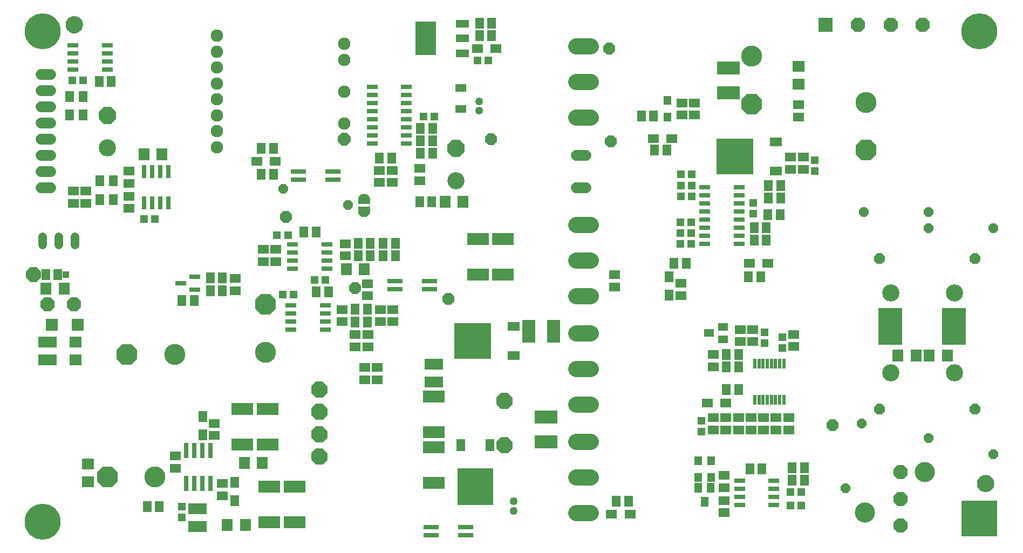
<source format=gbs>
G75*
G70*
%OFA0B0*%
%FSLAX24Y24*%
%IPPOS*%
%LPD*%
%AMOC8*
5,1,8,0,0,1.08239X$1,22.5*
%
%ADD10C,0.1060*%
%ADD11OC8,0.0660*%
%ADD12R,0.0690X0.0770*%
%ADD13OC8,0.0887*%
%ADD14C,0.1241*%
%ADD15OC8,0.0600*%
%ADD16R,0.1496X0.2283*%
%ADD17R,0.0887X0.0887*%
%ADD18C,0.0050*%
%ADD19R,0.0200X0.0620*%
%ADD20R,0.0454X0.0493*%
%ADD21R,0.0651X0.0572*%
%ADD22R,0.2304X0.2225*%
%ADD23R,0.0729X0.0572*%
%ADD24R,0.0493X0.0454*%
%ADD25C,0.0990*%
%ADD26R,0.0572X0.0651*%
%ADD27R,0.0651X0.0532*%
%ADD28C,0.0660*%
%ADD29R,0.1320X0.0769*%
%ADD30R,0.0770X0.0690*%
%ADD31R,0.2225X0.2304*%
%ADD32R,0.0572X0.0729*%
%ADD33R,0.0670X0.0300*%
%ADD34R,0.0532X0.0651*%
%ADD35R,0.0808X0.1399*%
%ADD36R,0.0690X0.0769*%
%ADD37R,0.0769X0.0690*%
%ADD38R,0.1123X0.0690*%
%ADD39R,0.0926X0.0296*%
%ADD40C,0.1296*%
%ADD41OC8,0.1296*%
%ADD42R,0.1399X0.0808*%
%ADD43OC8,0.0920*%
%ADD44R,0.0414X0.0414*%
%ADD45OC8,0.0710*%
%ADD46R,0.0670X0.0296*%
%ADD47R,0.0280X0.0840*%
%ADD48R,0.0810X0.0510*%
%ADD49R,0.1310X0.2060*%
%ADD50OC8,0.1060*%
%ADD51C,0.0769*%
%ADD52OC8,0.0769*%
%ADD53R,0.0651X0.0454*%
%ADD54OC8,0.0990*%
%ADD55R,0.0611X0.0454*%
%ADD56R,0.0454X0.0532*%
%ADD57C,0.0010*%
%ADD58R,0.0296X0.0926*%
%ADD59R,0.0660X0.0280*%
%ADD60R,0.0769X0.0729*%
%ADD61C,0.0493*%
%ADD62R,0.0454X0.0611*%
%ADD63C,0.0540*%
%ADD64R,0.2225X0.2225*%
%ADD65C,0.2225*%
D10*
X029462Y024125D03*
X007937Y026175D03*
X056319Y017186D03*
X060256Y017186D03*
X060256Y012264D03*
X056319Y012264D03*
D11*
X055612Y010050D03*
X061512Y010050D03*
X061512Y019350D03*
X055612Y019350D03*
D12*
X056753Y013350D03*
X057872Y013350D03*
X058703Y013350D03*
X059822Y013350D03*
X029897Y022825D03*
X028778Y022825D03*
D13*
X005864Y016500D03*
X004211Y016500D03*
X054284Y033771D03*
X056334Y033771D03*
X058284Y033771D03*
X056912Y006129D03*
X056912Y004475D03*
X056912Y002821D03*
D14*
X054727Y003648D03*
X058428Y006129D03*
D15*
X058662Y008225D03*
X062662Y007225D03*
X054512Y009150D03*
X053512Y005150D03*
X058662Y021200D03*
X058662Y022200D03*
X054662Y022200D03*
X062662Y021200D03*
X022787Y022625D03*
X018787Y023625D03*
D16*
X056287Y015150D03*
X060237Y015150D03*
D17*
X052284Y033771D03*
D18*
X062002Y005894D02*
X062087Y005917D01*
X062173Y005924D01*
X062260Y005917D01*
X062345Y005894D01*
X062423Y005857D01*
X062495Y005807D01*
X062557Y005746D01*
X062607Y005674D01*
X062643Y005595D01*
X062666Y005511D01*
X062673Y005424D01*
X062666Y005338D01*
X062643Y005253D01*
X062607Y005174D01*
X062557Y005103D01*
X062495Y005041D01*
X062423Y004991D01*
X062345Y004955D01*
X062260Y004932D01*
X062173Y004924D01*
X062087Y004932D01*
X062002Y004955D01*
X061923Y004991D01*
X061852Y005041D01*
X061790Y005103D01*
X061740Y005174D01*
X061704Y005253D01*
X061681Y005338D01*
X061673Y005424D01*
X061681Y005511D01*
X061704Y005595D01*
X061740Y005674D01*
X061790Y005746D01*
X061852Y005807D01*
X061923Y005857D01*
X062002Y005894D01*
X061992Y005890D02*
X062355Y005890D01*
X062447Y005841D02*
X061900Y005841D01*
X061837Y005793D02*
X062510Y005793D01*
X062558Y005744D02*
X061789Y005744D01*
X061755Y005696D02*
X062592Y005696D01*
X062619Y005647D02*
X061728Y005647D01*
X061705Y005599D02*
X062642Y005599D01*
X062655Y005550D02*
X061691Y005550D01*
X061680Y005502D02*
X062667Y005502D01*
X062671Y005453D02*
X061676Y005453D01*
X061675Y005405D02*
X062672Y005405D01*
X062668Y005356D02*
X061679Y005356D01*
X061689Y005308D02*
X062658Y005308D01*
X062645Y005259D02*
X061702Y005259D01*
X061724Y005211D02*
X062623Y005211D01*
X062598Y005162D02*
X061749Y005162D01*
X061783Y005114D02*
X062564Y005114D01*
X062519Y005065D02*
X061828Y005065D01*
X061888Y005017D02*
X062459Y005017D01*
X062373Y004968D02*
X061974Y004968D01*
X006344Y033600D02*
X006367Y033684D01*
X006374Y033771D01*
X006367Y033858D01*
X006344Y033942D01*
X006307Y034021D01*
X006257Y034092D01*
X006196Y034154D01*
X006124Y034204D01*
X006045Y034241D01*
X005961Y034263D01*
X005874Y034271D01*
X005787Y034263D01*
X005703Y034241D01*
X005624Y034204D01*
X005553Y034154D01*
X005491Y034092D01*
X005441Y034021D01*
X005404Y033942D01*
X005382Y033858D01*
X005374Y033771D01*
X005382Y033684D01*
X005404Y033600D01*
X005441Y033521D01*
X005491Y033449D01*
X005553Y033388D01*
X005624Y033338D01*
X005703Y033301D01*
X005787Y033278D01*
X005874Y033271D01*
X005961Y033278D01*
X006045Y033301D01*
X006124Y033338D01*
X006196Y033388D01*
X006257Y033449D01*
X006307Y033521D01*
X006344Y033600D01*
X006336Y033583D02*
X005412Y033583D01*
X005396Y033632D02*
X006353Y033632D01*
X006366Y033680D02*
X005383Y033680D01*
X005378Y033729D02*
X006371Y033729D01*
X006374Y033777D02*
X005375Y033777D01*
X005379Y033826D02*
X006369Y033826D01*
X006362Y033874D02*
X005386Y033874D01*
X005399Y033923D02*
X006349Y033923D01*
X006330Y033971D02*
X005418Y033971D01*
X005441Y034020D02*
X006308Y034020D01*
X006274Y034068D02*
X005474Y034068D01*
X005516Y034117D02*
X006233Y034117D01*
X006180Y034165D02*
X005569Y034165D01*
X005645Y034214D02*
X006103Y034214D01*
X005965Y034262D02*
X005783Y034262D01*
X005435Y033535D02*
X006314Y033535D01*
X006283Y033486D02*
X005466Y033486D01*
X005503Y033438D02*
X006245Y033438D01*
X006197Y033389D02*
X005552Y033389D01*
X005620Y033341D02*
X006128Y033341D01*
X006012Y033292D02*
X005736Y033292D01*
D19*
X047917Y012845D03*
X048173Y012845D03*
X048429Y012845D03*
X048685Y012845D03*
X048940Y012845D03*
X049196Y012845D03*
X049452Y012845D03*
X049708Y012845D03*
X049708Y010605D03*
X049452Y010605D03*
X049196Y010605D03*
X048940Y010605D03*
X048685Y010605D03*
X048429Y010605D03*
X048173Y010605D03*
X047917Y010605D03*
D20*
X044637Y009310D03*
X044637Y008640D03*
X048512Y014090D03*
X048512Y014760D03*
X049612Y014460D03*
X049612Y013790D03*
X047812Y022115D03*
X047812Y022785D03*
X051637Y024740D03*
X051637Y025410D03*
X012512Y004010D03*
X012512Y003340D03*
D21*
X015012Y004676D03*
X015012Y005424D03*
X012112Y006376D03*
X012112Y007124D03*
X014537Y008401D03*
X014537Y009149D03*
X023237Y013876D03*
X024012Y013876D03*
X024012Y014624D03*
X023237Y014624D03*
X022437Y015426D03*
X022437Y016174D03*
X023987Y017026D03*
X023987Y017774D03*
X024787Y016174D03*
X025562Y016174D03*
X025562Y015426D03*
X024787Y015426D03*
X024587Y012599D03*
X023812Y012599D03*
X023812Y011851D03*
X024587Y011851D03*
X015837Y017351D03*
X015837Y018099D03*
X017562Y019151D03*
X018337Y019151D03*
X018337Y019899D03*
X017562Y019899D03*
X022637Y020249D03*
X022637Y019501D03*
X024737Y024026D03*
X024737Y024774D03*
X025512Y024774D03*
X025512Y024026D03*
X027212Y024151D03*
X027212Y024899D03*
X039262Y018324D03*
X039262Y017576D03*
X043362Y017799D03*
X043362Y017051D03*
X047012Y014949D03*
X047787Y014949D03*
X047787Y014201D03*
X047012Y014201D03*
X045362Y013399D03*
X045362Y012651D03*
X045362Y009499D03*
X046137Y009499D03*
X046912Y009499D03*
X046912Y008751D03*
X046137Y008751D03*
X045362Y008751D03*
X047687Y008751D03*
X048462Y008751D03*
X049237Y008751D03*
X050012Y008751D03*
X050012Y009499D03*
X049237Y009499D03*
X048462Y009499D03*
X047687Y009499D03*
X046037Y005924D03*
X046037Y005176D03*
X046037Y004374D03*
X046037Y003626D03*
X050337Y013901D03*
X050337Y014649D03*
X050137Y024851D03*
X050137Y025599D03*
X050912Y025599D03*
X050912Y024851D03*
X050612Y028076D03*
X050612Y028824D03*
X044187Y028949D03*
X043412Y028949D03*
X043412Y028201D03*
X044187Y028201D03*
X009262Y024724D03*
X009262Y023976D03*
X009262Y023174D03*
X009262Y022426D03*
X006587Y022751D03*
X005812Y022751D03*
X005812Y023499D03*
X006587Y023499D03*
D22*
X030488Y014250D03*
X046688Y025650D03*
D23*
X049224Y024750D03*
X049224Y026550D03*
X033024Y015150D03*
X033024Y013350D03*
D24*
X043328Y020225D03*
X043997Y020225D03*
X043997Y020900D03*
X043328Y020900D03*
X043328Y021575D03*
X043997Y021575D03*
X044022Y023175D03*
X043353Y023175D03*
X043353Y023850D03*
X044022Y023850D03*
X044022Y024525D03*
X043353Y024525D03*
X031447Y031575D03*
X030778Y031575D03*
X028122Y028100D03*
X027453Y028100D03*
X019072Y020775D03*
X018403Y020775D03*
X020728Y018000D03*
X021397Y018000D03*
X019422Y017100D03*
X018753Y017100D03*
X010847Y021775D03*
X010178Y021775D03*
X006422Y030325D03*
X005753Y030325D03*
X050128Y004900D03*
X050797Y004900D03*
X050797Y004075D03*
X050128Y004075D03*
D25*
X037804Y003618D02*
X036874Y003618D01*
X036874Y005818D02*
X037804Y005818D01*
X037804Y008018D02*
X036874Y008018D01*
X036874Y010311D02*
X037804Y010311D01*
X037804Y012511D02*
X036874Y012511D01*
X036874Y014711D02*
X037804Y014711D01*
X037804Y017004D02*
X036874Y017004D01*
X036874Y019204D02*
X037804Y019204D01*
X037804Y021404D02*
X036874Y021404D01*
X036874Y028028D02*
X037804Y028028D01*
X037804Y030228D02*
X036874Y030228D01*
X036874Y032428D02*
X037804Y032428D01*
D26*
X031661Y033100D03*
X030913Y033100D03*
X030913Y033875D03*
X031661Y033875D03*
X040913Y028125D03*
X041661Y028125D03*
X041738Y026025D03*
X042486Y026025D03*
X048763Y023850D03*
X049511Y023850D03*
X049511Y023075D03*
X048763Y023075D03*
X048738Y022025D03*
X049486Y022025D03*
X048636Y021250D03*
X047888Y021250D03*
X047888Y020475D03*
X048636Y020475D03*
X048286Y018200D03*
X047538Y018200D03*
X043686Y019050D03*
X042938Y019050D03*
X046163Y013400D03*
X046911Y013400D03*
X046911Y012625D03*
X046163Y012625D03*
X046163Y011250D03*
X046911Y011250D03*
X047613Y006350D03*
X048361Y006350D03*
X050238Y006400D03*
X050986Y006400D03*
X050986Y005625D03*
X050238Y005625D03*
X040111Y004350D03*
X039363Y004350D03*
X023986Y015400D03*
X023238Y015400D03*
X023238Y016200D03*
X023986Y016200D03*
X021586Y017275D03*
X020838Y017275D03*
X023413Y019500D03*
X024161Y019500D03*
X024963Y019500D03*
X025711Y019500D03*
X025711Y020275D03*
X024963Y020275D03*
X024161Y020275D03*
X023413Y020275D03*
X020811Y020975D03*
X020063Y020975D03*
X015036Y018125D03*
X014288Y018125D03*
X014288Y017350D03*
X015036Y017350D03*
X013286Y016725D03*
X012538Y016725D03*
X004861Y018325D03*
X004113Y018325D03*
X017438Y024550D03*
X018186Y024550D03*
X018186Y026125D03*
X017438Y026125D03*
X024738Y025550D03*
X025486Y025550D03*
X027263Y025825D03*
X028011Y025825D03*
X028011Y026600D03*
X027263Y026600D03*
X027263Y027375D03*
X028011Y027375D03*
X027961Y022850D03*
X027213Y022850D03*
X008161Y030275D03*
X007413Y030275D03*
X010388Y004000D03*
X011136Y004000D03*
D27*
X039067Y003525D03*
X040208Y003525D03*
X044992Y010400D03*
X046133Y010400D03*
X047592Y019025D03*
X048733Y019025D03*
X042783Y026750D03*
X041642Y026750D03*
X031933Y032300D03*
X030792Y032300D03*
X018283Y025325D03*
X017142Y025325D03*
D28*
X004437Y025700D02*
X003837Y025700D01*
X003837Y024700D02*
X004437Y024700D01*
X004437Y023700D02*
X003837Y023700D01*
X003837Y026700D02*
X004437Y026700D01*
X004437Y027700D02*
X003837Y027700D01*
X003837Y028700D02*
X004437Y028700D01*
X004437Y029700D02*
X003837Y029700D01*
X003837Y030700D02*
X004437Y030700D01*
X036889Y025716D02*
X037489Y025716D01*
X037489Y023716D02*
X036889Y023716D01*
D29*
X032362Y020527D03*
X030812Y020527D03*
X030812Y018323D03*
X032362Y018323D03*
X028087Y010802D03*
X028087Y008598D03*
X028087Y007677D03*
X028087Y005473D03*
X019487Y005252D03*
X017912Y005252D03*
X017912Y003048D03*
X019487Y003048D03*
X017812Y007848D03*
X016262Y007848D03*
X016262Y010052D03*
X017812Y010052D03*
D30*
X050612Y030090D03*
X050612Y031210D03*
D31*
X030662Y005251D03*
D32*
X029763Y007786D03*
X031562Y007786D03*
D33*
X044827Y020225D03*
X044827Y020725D03*
X044827Y021225D03*
X044827Y021725D03*
X044827Y022225D03*
X044827Y022725D03*
X044827Y023225D03*
X044827Y023725D03*
X046947Y023725D03*
X046947Y023225D03*
X046947Y022725D03*
X046947Y022225D03*
X046947Y021725D03*
X046947Y021225D03*
X046947Y020725D03*
X046947Y020225D03*
X026397Y026425D03*
X026397Y026925D03*
X026397Y027425D03*
X026397Y027925D03*
X026397Y028425D03*
X026397Y028925D03*
X026397Y029425D03*
X026397Y029925D03*
X024277Y029925D03*
X024277Y029425D03*
X024277Y028925D03*
X024277Y028425D03*
X024277Y027925D03*
X024277Y027425D03*
X024277Y026925D03*
X024277Y026425D03*
D34*
X008287Y024121D03*
X007462Y024121D03*
X007462Y022979D03*
X008287Y022979D03*
X006437Y028204D03*
X005587Y028204D03*
X005587Y029346D03*
X006437Y029346D03*
X013812Y009571D03*
X013812Y008429D03*
X015787Y005496D03*
X015787Y004354D03*
X042612Y017054D03*
X042612Y018196D03*
D35*
X035480Y014850D03*
X033945Y014850D03*
D36*
X023789Y018675D03*
X022686Y018675D03*
X011289Y025775D03*
X010186Y025775D03*
X005239Y017475D03*
X004136Y017475D03*
X016386Y006700D03*
X017489Y006700D03*
X016439Y002875D03*
X015336Y002875D03*
D37*
X006737Y005549D03*
X006737Y006651D03*
X005962Y013074D03*
X005962Y014176D03*
D38*
X004237Y014176D03*
X004237Y013074D03*
X013487Y003876D03*
X013487Y002774D03*
X028087Y011699D03*
X028087Y012801D03*
D39*
X027825Y017425D03*
X027825Y017925D03*
X025699Y017925D03*
X025699Y017425D03*
X021850Y024200D03*
X021850Y024700D03*
X019724Y024700D03*
X019724Y024200D03*
X027924Y002725D03*
X027924Y002225D03*
X030050Y002225D03*
X030050Y002725D03*
D40*
X017687Y013549D03*
X012089Y013400D03*
X010864Y005850D03*
X047737Y031826D03*
X054787Y028976D03*
D41*
X054787Y026024D03*
X047737Y028874D03*
X017687Y016501D03*
X009136Y013400D03*
X007911Y005850D03*
D42*
X035012Y008007D03*
X035012Y009543D03*
X046287Y029582D03*
X046287Y031118D03*
D43*
X003362Y018325D03*
D44*
X005362Y018325D03*
D45*
X018962Y021900D03*
X023212Y017500D03*
X028987Y016850D03*
X039012Y026575D03*
X031612Y026700D03*
X038912Y032300D03*
X052737Y009050D03*
D46*
X049100Y005602D03*
X049100Y005102D03*
X049100Y004602D03*
X049100Y004102D03*
X046974Y004102D03*
X046974Y004602D03*
X046974Y005102D03*
X046974Y005602D03*
X021375Y014923D03*
X021375Y015423D03*
X021375Y015923D03*
X021375Y016423D03*
X019249Y016423D03*
X019249Y015923D03*
X019249Y015423D03*
X019249Y014923D03*
X019349Y018698D03*
X019349Y019198D03*
X019349Y019698D03*
X019349Y020198D03*
X021475Y020198D03*
X021475Y019698D03*
X021475Y019198D03*
X021475Y018698D03*
X007925Y031002D03*
X007925Y031502D03*
X007925Y032002D03*
X007925Y032502D03*
X005799Y032502D03*
X005799Y032002D03*
X005799Y031502D03*
X005799Y031002D03*
D47*
X010187Y024695D03*
X010687Y024695D03*
X011187Y024695D03*
X011687Y024695D03*
X011687Y022755D03*
X011187Y022755D03*
X010687Y022755D03*
X010187Y022755D03*
D48*
X029847Y032015D03*
X029847Y032925D03*
X029847Y033835D03*
D49*
X027577Y032925D03*
D50*
X029462Y026125D03*
X007937Y028175D03*
D51*
X014675Y028174D03*
X014675Y027189D03*
X014675Y026205D03*
X014675Y029158D03*
X014675Y030142D03*
X014675Y031126D03*
X014675Y032111D03*
X014675Y033095D03*
X022549Y032603D03*
X022549Y031619D03*
X022549Y029650D03*
X022549Y027681D03*
D52*
X022549Y026697D03*
D53*
X029762Y028585D03*
X029762Y029865D03*
D54*
X021032Y011231D03*
X021032Y009854D03*
X021032Y008476D03*
X021032Y007098D03*
X032449Y007787D03*
X032449Y010543D03*
D55*
X045079Y014725D03*
X045946Y014351D03*
X045946Y015099D03*
D56*
X045212Y006837D03*
X044437Y006837D03*
X044437Y005813D03*
X045212Y005813D03*
X042512Y028063D03*
X042512Y029087D03*
D57*
X024086Y023109D02*
X024106Y023043D01*
X024112Y022975D01*
X024112Y022725D01*
X023412Y022725D01*
X023412Y022975D01*
X023419Y023043D01*
X023439Y023109D01*
X023471Y023169D01*
X023515Y023222D01*
X023568Y023266D01*
X023629Y023298D01*
X023694Y023318D01*
X023762Y023325D01*
X023831Y023318D01*
X023896Y023298D01*
X023957Y023266D01*
X024010Y023222D01*
X024053Y023169D01*
X024086Y023109D01*
X024087Y023107D02*
X023438Y023107D01*
X023436Y023098D02*
X024089Y023098D01*
X024092Y023090D02*
X023433Y023090D01*
X023431Y023081D02*
X024094Y023081D01*
X024097Y023073D02*
X023428Y023073D01*
X023426Y023064D02*
X024099Y023064D01*
X024102Y023056D02*
X023423Y023056D01*
X023420Y023047D02*
X024105Y023047D01*
X024106Y023039D02*
X023419Y023039D01*
X023418Y023030D02*
X024107Y023030D01*
X024108Y023022D02*
X023417Y023022D01*
X023416Y023013D02*
X024109Y023013D01*
X024110Y023005D02*
X023415Y023005D01*
X023415Y022996D02*
X024110Y022996D01*
X024111Y022988D02*
X023414Y022988D01*
X023413Y022979D02*
X024112Y022979D01*
X024112Y022971D02*
X023412Y022971D01*
X023412Y022962D02*
X024112Y022962D01*
X024112Y022954D02*
X023412Y022954D01*
X023412Y022945D02*
X024112Y022945D01*
X024112Y022937D02*
X023412Y022937D01*
X023412Y022928D02*
X024112Y022928D01*
X024112Y022920D02*
X023412Y022920D01*
X023412Y022911D02*
X024112Y022911D01*
X024112Y022903D02*
X023412Y022903D01*
X023412Y022894D02*
X024112Y022894D01*
X024112Y022886D02*
X023412Y022886D01*
X023412Y022877D02*
X024112Y022877D01*
X024112Y022869D02*
X023412Y022869D01*
X023412Y022860D02*
X024112Y022860D01*
X024112Y022852D02*
X023412Y022852D01*
X023412Y022843D02*
X024112Y022843D01*
X024112Y022835D02*
X023412Y022835D01*
X023412Y022826D02*
X024112Y022826D01*
X024112Y022818D02*
X023412Y022818D01*
X023412Y022809D02*
X024112Y022809D01*
X024112Y022801D02*
X023412Y022801D01*
X023412Y022792D02*
X024112Y022792D01*
X024112Y022784D02*
X023412Y022784D01*
X023412Y022775D02*
X024112Y022775D01*
X024112Y022767D02*
X023412Y022767D01*
X023412Y022758D02*
X024112Y022758D01*
X024112Y022750D02*
X023412Y022750D01*
X023412Y022741D02*
X024112Y022741D01*
X024112Y022733D02*
X023412Y022733D01*
X023412Y022525D02*
X024112Y022525D01*
X024112Y022275D01*
X024106Y022207D01*
X024086Y022141D01*
X024053Y022081D01*
X024010Y022028D01*
X023957Y021984D01*
X023896Y021952D01*
X023831Y021932D01*
X023762Y021925D01*
X023694Y021932D01*
X023629Y021952D01*
X023568Y021984D01*
X023515Y022028D01*
X023471Y022081D01*
X023439Y022141D01*
X023419Y022207D01*
X023412Y022275D01*
X023412Y022525D01*
X023412Y022520D02*
X024112Y022520D01*
X024112Y022512D02*
X023412Y022512D01*
X023412Y022503D02*
X024112Y022503D01*
X024112Y022495D02*
X023412Y022495D01*
X023412Y022486D02*
X024112Y022486D01*
X024112Y022478D02*
X023412Y022478D01*
X023412Y022469D02*
X024112Y022469D01*
X024112Y022461D02*
X023412Y022461D01*
X023412Y022452D02*
X024112Y022452D01*
X024112Y022444D02*
X023412Y022444D01*
X023412Y022435D02*
X024112Y022435D01*
X024112Y022427D02*
X023412Y022427D01*
X023412Y022418D02*
X024112Y022418D01*
X024112Y022410D02*
X023412Y022410D01*
X023412Y022401D02*
X024112Y022401D01*
X024112Y022393D02*
X023412Y022393D01*
X023412Y022384D02*
X024112Y022384D01*
X024112Y022376D02*
X023412Y022376D01*
X023412Y022367D02*
X024112Y022367D01*
X024112Y022359D02*
X023412Y022359D01*
X023412Y022350D02*
X024112Y022350D01*
X024112Y022342D02*
X023412Y022342D01*
X023412Y022333D02*
X024112Y022333D01*
X024112Y022325D02*
X023412Y022325D01*
X023412Y022316D02*
X024112Y022316D01*
X024112Y022308D02*
X023412Y022308D01*
X023412Y022299D02*
X024112Y022299D01*
X024112Y022291D02*
X023412Y022291D01*
X023412Y022282D02*
X024112Y022282D01*
X024112Y022274D02*
X023413Y022274D01*
X023413Y022265D02*
X024111Y022265D01*
X024111Y022257D02*
X023414Y022257D01*
X023415Y022248D02*
X024110Y022248D01*
X024109Y022240D02*
X023416Y022240D01*
X023417Y022231D02*
X024108Y022231D01*
X024107Y022223D02*
X023418Y022223D01*
X023418Y022214D02*
X024106Y022214D01*
X024105Y022206D02*
X023420Y022206D01*
X023422Y022197D02*
X024103Y022197D01*
X024100Y022189D02*
X023425Y022189D01*
X023427Y022180D02*
X024098Y022180D01*
X024095Y022172D02*
X023430Y022172D01*
X023432Y022163D02*
X024093Y022163D01*
X024090Y022155D02*
X023435Y022155D01*
X023438Y022146D02*
X024087Y022146D01*
X024084Y022138D02*
X023441Y022138D01*
X023445Y022129D02*
X024079Y022129D01*
X024075Y022121D02*
X023450Y022121D01*
X023455Y022112D02*
X024070Y022112D01*
X024066Y022104D02*
X023459Y022104D01*
X023464Y022095D02*
X024061Y022095D01*
X024057Y022087D02*
X023468Y022087D01*
X023473Y022078D02*
X024051Y022078D01*
X024045Y022070D02*
X023480Y022070D01*
X023487Y022061D02*
X024038Y022061D01*
X024031Y022053D02*
X023494Y022053D01*
X023501Y022044D02*
X024024Y022044D01*
X024017Y022036D02*
X023508Y022036D01*
X023515Y022027D02*
X024009Y022027D01*
X023999Y022019D02*
X023526Y022019D01*
X023536Y022010D02*
X023989Y022010D01*
X023978Y022002D02*
X023547Y022002D01*
X023557Y021993D02*
X023968Y021993D01*
X023958Y021985D02*
X023567Y021985D01*
X023583Y021976D02*
X023942Y021976D01*
X023926Y021968D02*
X023599Y021968D01*
X023615Y021959D02*
X023910Y021959D01*
X023893Y021951D02*
X023632Y021951D01*
X023660Y021942D02*
X023865Y021942D01*
X023837Y021934D02*
X023688Y021934D01*
X023761Y021925D02*
X023764Y021925D01*
X023442Y023115D02*
X024083Y023115D01*
X024078Y023124D02*
X023447Y023124D01*
X023452Y023132D02*
X024073Y023132D01*
X024069Y023141D02*
X023456Y023141D01*
X023461Y023149D02*
X024064Y023149D01*
X024060Y023158D02*
X023465Y023158D01*
X023470Y023166D02*
X024055Y023166D01*
X024049Y023175D02*
X023476Y023175D01*
X023483Y023183D02*
X024042Y023183D01*
X024035Y023192D02*
X023490Y023192D01*
X023497Y023200D02*
X024028Y023200D01*
X024021Y023209D02*
X023504Y023209D01*
X023511Y023217D02*
X024014Y023217D01*
X024006Y023226D02*
X023519Y023226D01*
X023529Y023234D02*
X023996Y023234D01*
X023985Y023243D02*
X023540Y023243D01*
X023550Y023251D02*
X023975Y023251D01*
X023965Y023260D02*
X023560Y023260D01*
X023572Y023268D02*
X023953Y023268D01*
X023937Y023277D02*
X023588Y023277D01*
X023604Y023285D02*
X023921Y023285D01*
X023905Y023294D02*
X023620Y023294D01*
X023641Y023302D02*
X023884Y023302D01*
X023856Y023311D02*
X023669Y023311D01*
X023703Y023319D02*
X023822Y023319D01*
D58*
X014287Y007474D03*
X013787Y007474D03*
X013287Y007474D03*
X012787Y007474D03*
X012787Y005426D03*
X013287Y005426D03*
X013787Y005426D03*
X014287Y005426D03*
D59*
X013312Y017400D03*
X012462Y017800D03*
X013312Y018200D03*
D60*
X006095Y015225D03*
X004480Y015225D03*
D61*
X030887Y028455D03*
X030887Y029045D03*
X033012Y004320D03*
X033012Y003730D03*
D62*
X044438Y005158D03*
X045186Y005158D03*
X044812Y004292D03*
D63*
X005937Y020185D02*
X005937Y020665D01*
X004937Y020665D02*
X004937Y020185D01*
X003937Y020185D02*
X003937Y020665D01*
D64*
X061780Y003259D03*
D65*
X003906Y003062D03*
X003906Y033377D03*
X061780Y033377D03*
M02*

</source>
